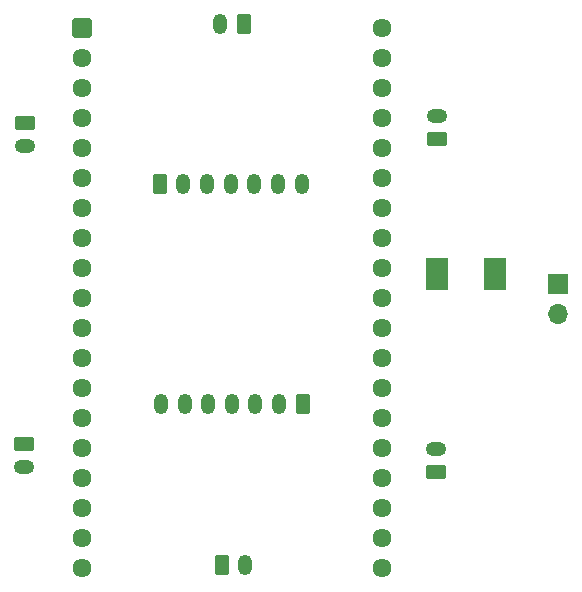
<source format=gbs>
G04 #@! TF.GenerationSoftware,KiCad,Pcbnew,8.0.8-8.0.8-0~ubuntu24.04.1*
G04 #@! TF.CreationDate,2025-03-31T18:32:50+09:00*
G04 #@! TF.ProjectId,multicopter,6d756c74-6963-46f7-9074-65722e6b6963,rev?*
G04 #@! TF.SameCoordinates,Original*
G04 #@! TF.FileFunction,Soldermask,Bot*
G04 #@! TF.FilePolarity,Negative*
%FSLAX46Y46*%
G04 Gerber Fmt 4.6, Leading zero omitted, Abs format (unit mm)*
G04 Created by KiCad (PCBNEW 8.0.8-8.0.8-0~ubuntu24.04.1) date 2025-03-31 18:32:50*
%MOMM*%
%LPD*%
G01*
G04 APERTURE LIST*
G04 Aperture macros list*
%AMRoundRect*
0 Rectangle with rounded corners*
0 $1 Rounding radius*
0 $2 $3 $4 $5 $6 $7 $8 $9 X,Y pos of 4 corners*
0 Add a 4 corners polygon primitive as box body*
4,1,4,$2,$3,$4,$5,$6,$7,$8,$9,$2,$3,0*
0 Add four circle primitives for the rounded corners*
1,1,$1+$1,$2,$3*
1,1,$1+$1,$4,$5*
1,1,$1+$1,$6,$7*
1,1,$1+$1,$8,$9*
0 Add four rect primitives between the rounded corners*
20,1,$1+$1,$2,$3,$4,$5,0*
20,1,$1+$1,$4,$5,$6,$7,0*
20,1,$1+$1,$6,$7,$8,$9,0*
20,1,$1+$1,$8,$9,$2,$3,0*%
G04 Aperture macros list end*
%ADD10RoundRect,0.250000X-0.625000X0.350000X-0.625000X-0.350000X0.625000X-0.350000X0.625000X0.350000X0*%
%ADD11O,1.750000X1.200000*%
%ADD12RoundRect,0.250000X0.625000X-0.350000X0.625000X0.350000X-0.625000X0.350000X-0.625000X-0.350000X0*%
%ADD13RoundRect,0.250000X0.350000X0.625000X-0.350000X0.625000X-0.350000X-0.625000X0.350000X-0.625000X0*%
%ADD14O,1.200000X1.750000*%
%ADD15RoundRect,0.250000X-0.350000X-0.625000X0.350000X-0.625000X0.350000X0.625000X-0.350000X0.625000X0*%
%ADD16R,1.700000X1.700000*%
%ADD17O,1.700000X1.700000*%
%ADD18RoundRect,0.102000X-0.704000X-0.704000X0.704000X-0.704000X0.704000X0.704000X-0.704000X0.704000X0*%
%ADD19C,1.612000*%
%ADD20R,1.903000X2.790000*%
G04 APERTURE END LIST*
D10*
X82580000Y-104830000D03*
D11*
X82580000Y-106830000D03*
D10*
X82650000Y-77640000D03*
D11*
X82650000Y-79640000D03*
D12*
X117410000Y-107230000D03*
D11*
X117410000Y-105230000D03*
D12*
X117490000Y-79040000D03*
D11*
X117490000Y-77040000D03*
D13*
X101150000Y-69320000D03*
D14*
X99150000Y-69320000D03*
D15*
X99290000Y-115070000D03*
D14*
X101290000Y-115070000D03*
D16*
X127800000Y-91325000D03*
D17*
X127800000Y-93865000D03*
D18*
X87485000Y-69655000D03*
D19*
X87485000Y-72195000D03*
X87485000Y-74735000D03*
X87485000Y-77275000D03*
X87485000Y-79815000D03*
X87485000Y-82355000D03*
X87485000Y-84895000D03*
X87485000Y-87435000D03*
X87485000Y-89975000D03*
X87485000Y-92515000D03*
X87485000Y-95055000D03*
X87485000Y-97595000D03*
X87485000Y-100135000D03*
X87485000Y-102675000D03*
X87485000Y-105215000D03*
X87485000Y-107755000D03*
X87485000Y-110295000D03*
X87485000Y-112835000D03*
X87485000Y-115375000D03*
X112885000Y-69655000D03*
X112885000Y-72195000D03*
X112885000Y-74735000D03*
X112885000Y-77275000D03*
X112885000Y-79815000D03*
X112885000Y-82355000D03*
X112885000Y-84895000D03*
X112885000Y-87435000D03*
X112885000Y-89975000D03*
X112885000Y-92515000D03*
X112885000Y-95055000D03*
X112885000Y-97595000D03*
X112885000Y-100135000D03*
X112885000Y-102675000D03*
X112885000Y-105215000D03*
X112885000Y-107755000D03*
X112885000Y-110295000D03*
X112885000Y-112835000D03*
X112885000Y-115375000D03*
D13*
X106160000Y-101470000D03*
D14*
X104160000Y-101470000D03*
X102160000Y-101470000D03*
X100160000Y-101470000D03*
X98160000Y-101470000D03*
X96160000Y-101470000D03*
X94160000Y-101470000D03*
D20*
X122416500Y-90480000D03*
X117563500Y-90480000D03*
D15*
X94060000Y-82820000D03*
D14*
X96060000Y-82820000D03*
X98060000Y-82820000D03*
X100060000Y-82820000D03*
X102060000Y-82820000D03*
X104060000Y-82820000D03*
X106060000Y-82820000D03*
M02*

</source>
